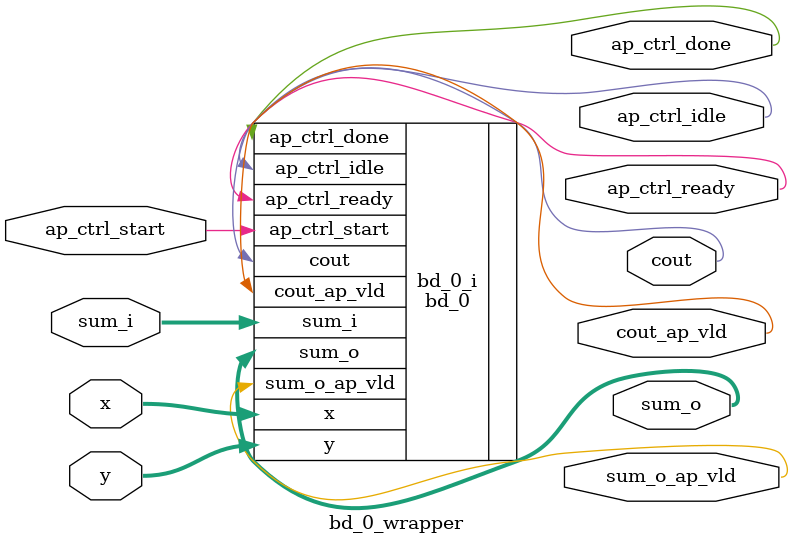
<source format=v>
`timescale 1 ps / 1 ps

module bd_0_wrapper
   (ap_ctrl_done,
    ap_ctrl_idle,
    ap_ctrl_ready,
    ap_ctrl_start,
    cout,
    cout_ap_vld,
    sum_i,
    sum_o,
    sum_o_ap_vld,
    x,
    y);
  output ap_ctrl_done;
  output ap_ctrl_idle;
  output ap_ctrl_ready;
  input ap_ctrl_start;
  output cout;
  output cout_ap_vld;
  input [3:0]sum_i;
  output [3:0]sum_o;
  output sum_o_ap_vld;
  input [3:0]x;
  input [3:0]y;

  wire ap_ctrl_done;
  wire ap_ctrl_idle;
  wire ap_ctrl_ready;
  wire ap_ctrl_start;
  wire cout;
  wire cout_ap_vld;
  wire [3:0]sum_i;
  wire [3:0]sum_o;
  wire sum_o_ap_vld;
  wire [3:0]x;
  wire [3:0]y;

  bd_0 bd_0_i
       (.ap_ctrl_done(ap_ctrl_done),
        .ap_ctrl_idle(ap_ctrl_idle),
        .ap_ctrl_ready(ap_ctrl_ready),
        .ap_ctrl_start(ap_ctrl_start),
        .cout(cout),
        .cout_ap_vld(cout_ap_vld),
        .sum_i(sum_i),
        .sum_o(sum_o),
        .sum_o_ap_vld(sum_o_ap_vld),
        .x(x),
        .y(y));
endmodule

</source>
